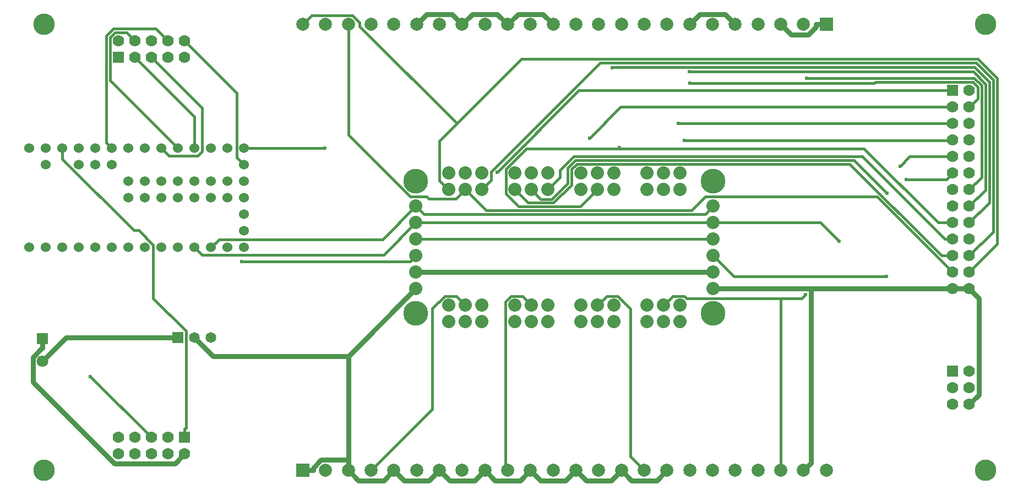
<source format=gbr>
G04 #@! TF.FileFunction,Copper,L1,Top,Signal*
%FSLAX46Y46*%
G04 Gerber Fmt 4.6, Leading zero omitted, Abs format (unit mm)*
G04 Created by KiCad (PCBNEW 4.0.7-e2-6376~58~ubuntu16.04.1) date Fri Dec  7 15:30:49 2018*
%MOMM*%
%LPD*%
G01*
G04 APERTURE LIST*
%ADD10C,0.100000*%
%ADD11R,1.800000X1.800000*%
%ADD12C,1.800000*%
%ADD13R,1.651000X1.651000*%
%ADD14C,1.651000*%
%ADD15R,1.778000X1.778000*%
%ADD16C,1.778000*%
%ADD17R,2.000000X2.000000*%
%ADD18C,2.000000*%
%ADD19C,1.524000*%
%ADD20C,3.302000*%
%ADD21C,2.032000*%
%ADD22C,3.810000*%
%ADD23C,0.600000*%
%ADD24C,0.762000*%
%ADD25C,0.381000*%
G04 APERTURE END LIST*
D10*
D11*
X54356000Y-102897940D03*
D12*
X54356000Y-106398060D03*
D13*
X75184000Y-102743000D03*
D14*
X77724000Y-102743000D03*
X80264000Y-102743000D03*
D15*
X194310000Y-64770000D03*
D16*
X196850000Y-64770000D03*
X194310000Y-67310000D03*
X196850000Y-67310000D03*
X194310000Y-69850000D03*
X196850000Y-69850000D03*
X194310000Y-72390000D03*
X196850000Y-72390000D03*
X194310000Y-74930000D03*
X196850000Y-74930000D03*
X194310000Y-77470000D03*
X196850000Y-77470000D03*
X194310000Y-80010000D03*
X196850000Y-80010000D03*
X194310000Y-82550000D03*
X196850000Y-82550000D03*
X194310000Y-85090000D03*
X196850000Y-85090000D03*
X194310000Y-87630000D03*
X196850000Y-87630000D03*
X194310000Y-90170000D03*
X196850000Y-90170000D03*
X194310000Y-92710000D03*
X196850000Y-92710000D03*
X194310000Y-95250000D03*
X196850000Y-95250000D03*
D15*
X194310000Y-107950000D03*
D16*
X196850000Y-107950000D03*
X194310000Y-110490000D03*
X196850000Y-110490000D03*
X194310000Y-113030000D03*
X196850000Y-113030000D03*
D15*
X76200000Y-118110000D03*
D16*
X76200000Y-120650000D03*
X73660000Y-118110000D03*
X73660000Y-120650000D03*
X71120000Y-118110000D03*
X71120000Y-120650000D03*
X68580000Y-118110000D03*
X68580000Y-120650000D03*
X66040000Y-118110000D03*
X66040000Y-120650000D03*
D15*
X66040000Y-59690000D03*
D16*
X66040000Y-57150000D03*
X68580000Y-59690000D03*
X68580000Y-57150000D03*
X71120000Y-59690000D03*
X71120000Y-57150000D03*
X73660000Y-59690000D03*
X73660000Y-57150000D03*
X76200000Y-59690000D03*
X76200000Y-57150000D03*
D17*
X94369940Y-123190000D03*
D18*
X97870060Y-123190000D03*
X101370000Y-123190000D03*
X104870000Y-123190000D03*
X108370000Y-123190000D03*
X111870000Y-123190000D03*
X115370000Y-123190000D03*
X118870000Y-123190000D03*
X122370000Y-123190000D03*
X125870000Y-123190000D03*
X129370000Y-123190000D03*
X132870000Y-123190000D03*
X136370000Y-123190000D03*
X139870000Y-123190000D03*
X143370000Y-123190000D03*
X146870000Y-123190000D03*
X150370000Y-123190000D03*
X153870000Y-123190000D03*
X157370000Y-123190000D03*
X160870000Y-123190000D03*
X164370000Y-123190000D03*
X167870000Y-123190000D03*
X171370000Y-123190000D03*
X174870000Y-123190000D03*
D17*
X174870060Y-54610000D03*
D18*
X171369940Y-54610000D03*
X167870000Y-54610000D03*
X164370000Y-54610000D03*
X160870000Y-54610000D03*
X157370000Y-54610000D03*
X153870000Y-54610000D03*
X150370000Y-54610000D03*
X146870000Y-54610000D03*
X143370000Y-54610000D03*
X139870000Y-54610000D03*
X136370000Y-54610000D03*
X132870000Y-54610000D03*
X129370000Y-54610000D03*
X125870000Y-54610000D03*
X122370000Y-54610000D03*
X118870000Y-54610000D03*
X115370000Y-54610000D03*
X111870000Y-54610000D03*
X108370000Y-54610000D03*
X104870000Y-54610000D03*
X101370000Y-54610000D03*
X97870000Y-54610000D03*
X94370000Y-54610000D03*
D19*
X52324000Y-88900000D03*
X54864000Y-88900000D03*
X57404000Y-88900000D03*
X59944000Y-88900000D03*
X62484000Y-88900000D03*
X65024000Y-88900000D03*
X67564000Y-88900000D03*
X70104000Y-88900000D03*
X72644000Y-88900000D03*
X75184000Y-88900000D03*
X77724000Y-88900000D03*
X80264000Y-88900000D03*
X82804000Y-88900000D03*
X85344000Y-88900000D03*
X85344000Y-86360000D03*
X85344000Y-83820000D03*
X85344000Y-81280000D03*
X85344000Y-78740000D03*
X85344000Y-76200000D03*
X85344000Y-73660000D03*
X82804000Y-73660000D03*
X80264000Y-73660000D03*
X77724000Y-73660000D03*
X75184000Y-73660000D03*
X72644000Y-73660000D03*
X70104000Y-73660000D03*
X67564000Y-73660000D03*
X65024000Y-73660000D03*
X62484000Y-73660000D03*
X59944000Y-73660000D03*
X57404000Y-73660000D03*
X54864000Y-73660000D03*
X52324000Y-73660000D03*
X67564000Y-81280000D03*
X70104000Y-81280000D03*
X72644000Y-81280000D03*
X75184000Y-81280000D03*
X77724000Y-81280000D03*
X80264000Y-81280000D03*
X82804000Y-81280000D03*
X82804000Y-78740000D03*
X80264000Y-78740000D03*
X77724000Y-78740000D03*
X75184000Y-78740000D03*
X72644000Y-78740000D03*
X70104000Y-78740000D03*
X67564000Y-78740000D03*
X65024000Y-76200000D03*
X62484000Y-76200000D03*
X59944000Y-76200000D03*
X54864000Y-76200000D03*
D20*
X54610000Y-54610000D03*
X199390000Y-54610000D03*
X199390000Y-123190000D03*
X54610000Y-123190000D03*
D21*
X111760000Y-95250000D03*
X111760000Y-92710000D03*
X111760000Y-90170000D03*
X111760000Y-87630000D03*
X111760000Y-85090000D03*
X111760000Y-82550000D03*
X157480000Y-95250000D03*
X157480000Y-92710000D03*
X157480000Y-90170000D03*
X157480000Y-87630000D03*
X157480000Y-85090000D03*
X157480000Y-82550000D03*
X116840000Y-97790000D03*
X116840000Y-100330000D03*
X119380000Y-97790000D03*
X119380000Y-100330000D03*
X121920000Y-97790000D03*
X121920000Y-100330000D03*
X127000000Y-97790000D03*
X127000000Y-100330000D03*
X129540000Y-97790000D03*
X129540000Y-100330000D03*
X132080000Y-97790000D03*
X132080000Y-100330000D03*
X137160000Y-97790000D03*
X137160000Y-100330000D03*
X139700000Y-97790000D03*
X139700000Y-100330000D03*
X142240000Y-97790000D03*
X142240000Y-100330000D03*
X147320000Y-97790000D03*
X147320000Y-100330000D03*
X149860000Y-97790000D03*
X149860000Y-100330000D03*
X152400000Y-97790000D03*
X152400000Y-100330000D03*
X152400000Y-80010000D03*
X152400000Y-77470000D03*
X149860000Y-80010000D03*
X149860000Y-77470000D03*
X147320000Y-80010000D03*
X147320000Y-77470000D03*
X142240000Y-80010000D03*
X142240000Y-77470000D03*
X139700000Y-80010000D03*
X139700000Y-77470000D03*
X137160000Y-80010000D03*
X137160000Y-77470000D03*
X132080000Y-80010000D03*
X132080000Y-77470000D03*
X129540000Y-80010000D03*
X129540000Y-77470000D03*
X127000000Y-80010000D03*
X127000000Y-77470000D03*
X121920000Y-80010000D03*
X121920000Y-77470000D03*
X119380000Y-80010000D03*
X119380000Y-77470000D03*
X116840000Y-80010000D03*
X116840000Y-77470000D03*
D22*
X111760000Y-99060000D03*
X111760000Y-78740000D03*
X157480000Y-78740000D03*
X157480000Y-99060000D03*
D23*
X124265700Y-77339400D03*
X138459500Y-72103400D03*
X153920400Y-63647700D03*
X152104500Y-69850000D03*
X153026800Y-72462600D03*
X186220700Y-76429400D03*
X171661000Y-96129300D03*
X187143500Y-78422600D03*
X171843100Y-62862800D03*
X153788900Y-61881200D03*
X143071700Y-73575700D03*
X141962100Y-61236900D03*
X184205900Y-80575900D03*
X176853600Y-87953600D03*
X97790000Y-73660000D03*
X184120900Y-93373300D03*
X61740900Y-108730900D03*
X84949800Y-91045800D03*
D24*
X157480000Y-92710000D02*
X111760000Y-92710000D01*
X54263300Y-104379200D02*
X54356000Y-104379200D01*
X52874700Y-105767800D02*
X54263300Y-104379200D01*
X52874700Y-109576000D02*
X52874700Y-105767800D01*
X65435300Y-122136600D02*
X52874700Y-109576000D01*
X74713400Y-122136600D02*
X65435300Y-122136600D01*
X76200000Y-120650000D02*
X74713400Y-122136600D01*
X54356000Y-102897900D02*
X54356000Y-104379200D01*
X58011100Y-102743000D02*
X54356000Y-106398100D01*
X73777200Y-102743000D02*
X58011100Y-102743000D01*
X75184000Y-102743000D02*
X73777200Y-102743000D01*
X127788600Y-124771400D02*
X129370000Y-123190000D01*
X123951400Y-124771400D02*
X127788600Y-124771400D01*
X122370000Y-123190000D02*
X123951400Y-124771400D01*
X173288800Y-55005400D02*
X173288800Y-54610000D01*
X172102900Y-56191300D02*
X173288800Y-55005400D01*
X169451300Y-56191300D02*
X172102900Y-56191300D01*
X167870000Y-54610000D02*
X169451300Y-56191300D01*
X174870100Y-54610000D02*
X173288800Y-54610000D01*
X117288600Y-53028600D02*
X118870000Y-54610000D01*
X113451400Y-53028600D02*
X117288600Y-53028600D01*
X111870000Y-54610000D02*
X113451400Y-53028600D01*
X159287100Y-53027100D02*
X160870000Y-54610000D01*
X155452900Y-53027100D02*
X159287100Y-53027100D01*
X153870000Y-54610000D02*
X155452900Y-53027100D01*
X124287100Y-53027100D02*
X125870000Y-54610000D01*
X120452900Y-53027100D02*
X124287100Y-53027100D01*
X118870000Y-54610000D02*
X120452900Y-53027100D01*
X131288600Y-53028600D02*
X132870000Y-54610000D01*
X127451400Y-53028600D02*
X131288600Y-53028600D01*
X125870000Y-54610000D02*
X127451400Y-53028600D01*
X196850000Y-95250000D02*
X194310000Y-95250000D01*
X198333000Y-111547000D02*
X196850000Y-113030000D01*
X198333000Y-96733000D02*
X198333000Y-111547000D01*
X196850000Y-95250000D02*
X198333000Y-96733000D01*
X109951400Y-124771400D02*
X108370000Y-123190000D01*
X113788600Y-124771400D02*
X109951400Y-124771400D01*
X115370000Y-123190000D02*
X113788600Y-124771400D01*
X120788600Y-124771400D02*
X122370000Y-123190000D01*
X116951400Y-124771400D02*
X120788600Y-124771400D01*
X115370000Y-123190000D02*
X116951400Y-124771400D01*
X130951400Y-124771400D02*
X129370000Y-123190000D01*
X134788600Y-124771400D02*
X130951400Y-124771400D01*
X136370000Y-123190000D02*
X134788600Y-124771400D01*
X106788600Y-124771400D02*
X108370000Y-123190000D01*
X102951400Y-124771400D02*
X106788600Y-124771400D01*
X101370000Y-123190000D02*
X102951400Y-124771400D01*
X80621000Y-105640000D02*
X77724000Y-102743000D01*
X101370000Y-105640000D02*
X80621000Y-105640000D01*
X111760000Y-95250000D02*
X101370000Y-105640000D01*
X141788600Y-124771400D02*
X143370000Y-123190000D01*
X137951400Y-124771400D02*
X141788600Y-124771400D01*
X136370000Y-123190000D02*
X137951400Y-124771400D01*
X144951400Y-124771400D02*
X143370000Y-123190000D01*
X148788600Y-124771400D02*
X144951400Y-124771400D01*
X150370000Y-123190000D02*
X148788600Y-124771400D01*
X95951200Y-122794700D02*
X95951200Y-123190000D01*
X97169500Y-121576400D02*
X95951200Y-122794700D01*
X101370000Y-121576400D02*
X97169500Y-121576400D01*
X101370000Y-105640000D02*
X101370000Y-121576400D01*
X101370000Y-121576400D02*
X101370000Y-123190000D01*
X94369900Y-123190000D02*
X95951200Y-123190000D01*
X172542300Y-122017700D02*
X171370000Y-123190000D01*
X172542300Y-95250000D02*
X172542300Y-122017700D01*
X194310000Y-95250000D02*
X172542300Y-95250000D01*
X157482000Y-95248000D02*
X157480000Y-95250000D01*
X172540300Y-95248000D02*
X157482000Y-95248000D01*
X172542300Y-95250000D02*
X172540300Y-95248000D01*
D25*
X194310000Y-64770000D02*
X193030200Y-64770000D01*
X136835100Y-64770000D02*
X193030200Y-64770000D01*
X124265700Y-77339400D02*
X136835100Y-64770000D01*
X114293700Y-113766300D02*
X104870000Y-123190000D01*
X114293700Y-98304100D02*
X114293700Y-113766300D01*
X116219800Y-96378000D02*
X114293700Y-98304100D01*
X117968000Y-96378000D02*
X116219800Y-96378000D01*
X119380000Y-97790000D02*
X117968000Y-96378000D01*
X143252900Y-67310000D02*
X194310000Y-67310000D01*
X138459500Y-72103400D02*
X143252900Y-67310000D01*
X198177300Y-65982700D02*
X196850000Y-67310000D01*
X198177300Y-64236600D02*
X198177300Y-65982700D01*
X197384900Y-63444200D02*
X198177300Y-64236600D01*
X182451800Y-63444200D02*
X197384900Y-63444200D01*
X182248300Y-63647700D02*
X182451800Y-63444200D01*
X153920400Y-63647700D02*
X182248300Y-63647700D01*
X125517500Y-122837500D02*
X125870000Y-123190000D01*
X125517500Y-97245800D02*
X125517500Y-122837500D01*
X126387300Y-96376000D02*
X125517500Y-97245800D01*
X128126000Y-96376000D02*
X126387300Y-96376000D01*
X129540000Y-97790000D02*
X128126000Y-96376000D01*
X194310000Y-69850000D02*
X152104500Y-69850000D01*
X194237400Y-72462600D02*
X194310000Y-72390000D01*
X153026800Y-72462600D02*
X194237400Y-72462600D01*
X144760900Y-121080900D02*
X146870000Y-123190000D01*
X144760900Y-98310700D02*
X144760900Y-121080900D01*
X142824200Y-96374000D02*
X144760900Y-98310700D01*
X141116000Y-96374000D02*
X142824200Y-96374000D01*
X139700000Y-97790000D02*
X141116000Y-96374000D01*
X187720100Y-74930000D02*
X194310000Y-74930000D01*
X186220700Y-76429400D02*
X187720100Y-74930000D01*
X193357400Y-78422600D02*
X194310000Y-77470000D01*
X187143500Y-78422600D02*
X193357400Y-78422600D01*
X167870000Y-96718600D02*
X167870000Y-123190000D01*
X153369100Y-96718600D02*
X167870000Y-96718600D01*
X153032800Y-96382300D02*
X153369100Y-96718600D01*
X151267700Y-96382300D02*
X153032800Y-96382300D01*
X149860000Y-97790000D02*
X151267700Y-96382300D01*
X171071700Y-96718600D02*
X171661000Y-96129300D01*
X167870000Y-96718600D02*
X171071700Y-96718600D01*
X197625800Y-62862800D02*
X171843100Y-62862800D01*
X198758700Y-63995700D02*
X197625800Y-62862800D01*
X198758700Y-78101300D02*
X198758700Y-63995700D01*
X196850000Y-80010000D02*
X198758700Y-78101300D01*
X197489300Y-61881200D02*
X153788900Y-61881200D01*
X199378900Y-63770800D02*
X197489300Y-61881200D01*
X199378900Y-80021100D02*
X199378900Y-63770800D01*
X196850000Y-82550000D02*
X199378900Y-80021100D01*
X143071700Y-73685300D02*
X143071700Y-73575700D01*
X180642700Y-73685300D02*
X143071700Y-73685300D01*
X192047400Y-85090000D02*
X180642700Y-73685300D01*
X194310000Y-85090000D02*
X192047400Y-85090000D01*
X137081700Y-82628300D02*
X139700000Y-80010000D01*
X127591200Y-82628300D02*
X137081700Y-82628300D01*
X125590200Y-80627300D02*
X127591200Y-82628300D01*
X125590200Y-76837000D02*
X125590200Y-80627300D01*
X128741900Y-73685300D02*
X125590200Y-76837000D01*
X143071700Y-73685300D02*
X128741900Y-73685300D01*
X142021000Y-61178000D02*
X141962100Y-61236900D01*
X197671900Y-61178000D02*
X142021000Y-61178000D01*
X199963500Y-63469600D02*
X197671900Y-61178000D01*
X199963500Y-81976500D02*
X199963500Y-63469600D01*
X196850000Y-85090000D02*
X199963500Y-81976500D01*
X133961300Y-78128700D02*
X132080000Y-80010000D01*
X133961300Y-76972500D02*
X133961300Y-78128700D01*
X136046900Y-74886900D02*
X133961300Y-76972500D01*
X180394500Y-74886900D02*
X136046900Y-74886900D01*
X193137600Y-87630000D02*
X180394500Y-74886900D01*
X194310000Y-87630000D02*
X193137600Y-87630000D01*
X130990000Y-81460000D02*
X129540000Y-80010000D01*
X132690000Y-81460000D02*
X130990000Y-81460000D01*
X135123900Y-79026100D02*
X132690000Y-81460000D01*
X135123900Y-76632000D02*
X135123900Y-79026100D01*
X136287700Y-75468200D02*
X135123900Y-76632000D01*
X179098200Y-75468200D02*
X136287700Y-75468200D01*
X184205900Y-80575900D02*
X179098200Y-75468200D01*
X192592400Y-90170000D02*
X194310000Y-90170000D01*
X178472000Y-76049600D02*
X192592400Y-90170000D01*
X136528600Y-76049600D02*
X178472000Y-76049600D01*
X135705300Y-76872900D02*
X136528600Y-76049600D01*
X135705300Y-79267000D02*
X135705300Y-76872900D01*
X132925400Y-82046900D02*
X135705300Y-79267000D01*
X129036900Y-82046900D02*
X132925400Y-82046900D01*
X127000000Y-80010000D02*
X129036900Y-82046900D01*
X123369700Y-78560300D02*
X121920000Y-80010000D01*
X123369700Y-77245900D02*
X123369700Y-78560300D01*
X140107800Y-60507800D02*
X123369700Y-77245900D01*
X197898000Y-60507800D02*
X140107800Y-60507800D01*
X200555000Y-63164800D02*
X197898000Y-60507800D01*
X200555000Y-86465000D02*
X200555000Y-63164800D01*
X196850000Y-90170000D02*
X200555000Y-86465000D01*
X101370000Y-71604000D02*
X101370000Y-54610000D01*
X110855600Y-81089600D02*
X101370000Y-71604000D01*
X113420800Y-81089600D02*
X110855600Y-81089600D01*
X113776300Y-81445100D02*
X113420800Y-81089600D01*
X117944900Y-81445100D02*
X113776300Y-81445100D01*
X119380000Y-80010000D02*
X117944900Y-81445100D01*
X182689600Y-81089600D02*
X194310000Y-92710000D01*
X156306300Y-81089600D02*
X182689600Y-81089600D01*
X154186300Y-83209600D02*
X156306300Y-81089600D01*
X122579600Y-83209600D02*
X154186300Y-83209600D01*
X119380000Y-80010000D02*
X122579600Y-83209600D01*
X115421900Y-78591900D02*
X116840000Y-80010000D01*
X115421900Y-72491800D02*
X115421900Y-78591900D01*
X118074900Y-69838800D02*
X115421900Y-72491800D01*
X95776300Y-53203700D02*
X94370000Y-54610000D01*
X102000800Y-53203700D02*
X95776300Y-53203700D01*
X103120000Y-54322900D02*
X102000800Y-53203700D01*
X103120000Y-54883900D02*
X103120000Y-54322900D01*
X118074900Y-69838800D02*
X103120000Y-54883900D01*
X127989700Y-59924000D02*
X118074900Y-69838800D01*
X198201800Y-59924000D02*
X127989700Y-59924000D01*
X201166300Y-62888500D02*
X198201800Y-59924000D01*
X201166300Y-88393700D02*
X201166300Y-62888500D01*
X196850000Y-92710000D02*
X201166300Y-88393700D01*
X81507100Y-87656900D02*
X80264000Y-88900000D01*
X106653100Y-87656900D02*
X81507100Y-87656900D01*
X111760000Y-82550000D02*
X106653100Y-87656900D01*
X156239100Y-83790900D02*
X157480000Y-82550000D01*
X113000900Y-83790900D02*
X156239100Y-83790900D01*
X111760000Y-82550000D02*
X113000900Y-83790900D01*
X78887100Y-90063100D02*
X77724000Y-88900000D01*
X106786900Y-90063100D02*
X78887100Y-90063100D01*
X111760000Y-85090000D02*
X106786900Y-90063100D01*
X111760000Y-85090000D02*
X157480000Y-85090000D01*
X173990000Y-85090000D02*
X176853600Y-87953600D01*
X157480000Y-85090000D02*
X173990000Y-85090000D01*
X85344000Y-73660000D02*
X97790000Y-73660000D01*
X157480000Y-87630000D02*
X111760000Y-87630000D01*
X160683300Y-93373300D02*
X184120900Y-93373300D01*
X157480000Y-90170000D02*
X160683300Y-93373300D01*
X76400400Y-116629800D02*
X76200000Y-116830200D01*
X76400400Y-101753400D02*
X76400400Y-116629800D01*
X71374000Y-96727000D02*
X76400400Y-101753400D01*
X71374000Y-88521900D02*
X71374000Y-96727000D01*
X69113200Y-86261100D02*
X71374000Y-88521900D01*
X68367800Y-86261100D02*
X69113200Y-86261100D01*
X57404000Y-75297300D02*
X68367800Y-86261100D01*
X57404000Y-73660000D02*
X57404000Y-75297300D01*
X76200000Y-118110000D02*
X76200000Y-116830200D01*
X61740900Y-108730900D02*
X71120000Y-118110000D01*
X77724000Y-68834000D02*
X77724000Y-73660000D01*
X68580000Y-59690000D02*
X77724000Y-68834000D01*
X67300100Y-55870100D02*
X68580000Y-57150000D01*
X65494300Y-55870100D02*
X67300100Y-55870100D01*
X64749700Y-56614700D02*
X65494300Y-55870100D01*
X64749700Y-63225700D02*
X64749700Y-56614700D01*
X75184000Y-73660000D02*
X64749700Y-63225700D01*
X78899900Y-67469900D02*
X71120000Y-59690000D01*
X78899900Y-74168600D02*
X78899900Y-67469900D01*
X78240900Y-74827600D02*
X78899900Y-74168600D01*
X73811600Y-74827600D02*
X78240900Y-74827600D01*
X72644000Y-73660000D02*
X73811600Y-74827600D01*
X64168300Y-72804300D02*
X65024000Y-73660000D01*
X64168300Y-56373800D02*
X64168300Y-72804300D01*
X65270100Y-55272000D02*
X64168300Y-56373800D01*
X71782000Y-55272000D02*
X65270100Y-55272000D01*
X73660000Y-57150000D02*
X71782000Y-55272000D01*
X84183300Y-65133300D02*
X76200000Y-57150000D01*
X84183300Y-75039300D02*
X84183300Y-65133300D01*
X85344000Y-76200000D02*
X84183300Y-75039300D01*
X110884200Y-91045800D02*
X84949800Y-91045800D01*
X111760000Y-90170000D02*
X110884200Y-91045800D01*
M02*

</source>
